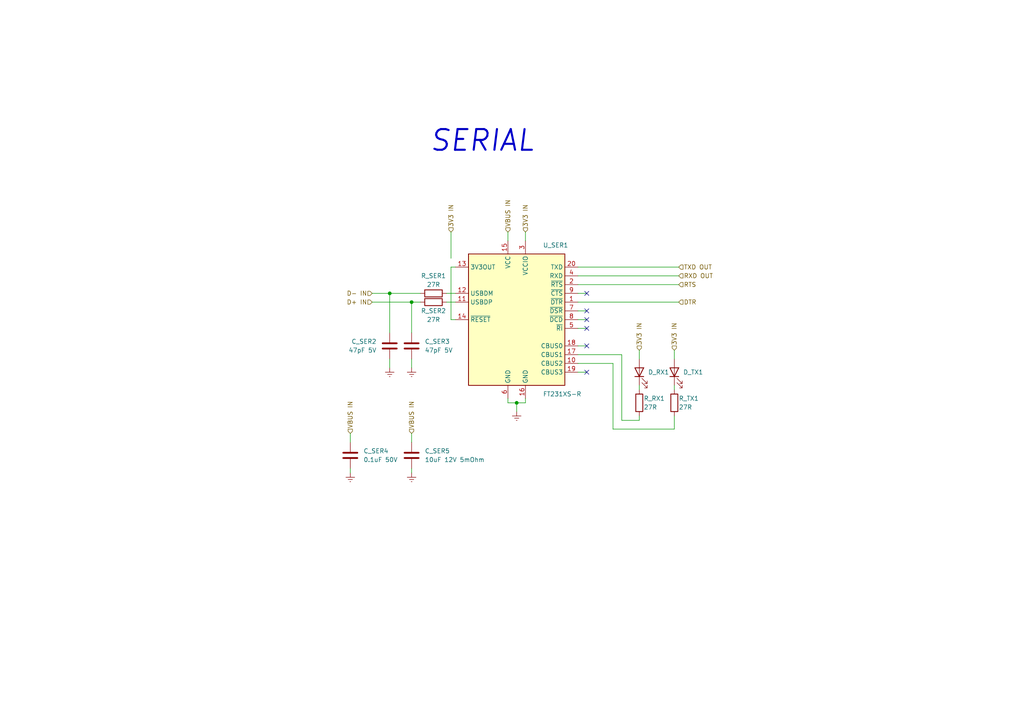
<source format=kicad_sch>
(kicad_sch (version 20211123) (generator eeschema)
  (paper "A4")
  (title_block (title "E-TKT") (date "2022-07-21") (rev "3") (company "Andrei Speridiao"))
  (lib_symbols
    (symbol "Device:C" (pin_numbers hide) (pin_names (offset 0.254))
      (property "Reference" "C" (at 0.635 2.54 0))
      (property "Value" "C" (at 0.635 -2.54 0))
      (symbol "C_0_1"
        (polyline (pts (xy -2.032 -0.762) (xy 2.032 -0.762)) (stroke (width 0.508)))
        (polyline (pts (xy -2.032 0.762) (xy 2.032 0.762)) (stroke (width 0.508)))
      )
      (symbol "C_1_1"
        (pin passive line (at 0 3.81 270) (length 2.794) (name "~") (number "1"))
        (pin passive line (at 0 -3.81 90) (length 2.794) (name "~") (number "2"))
      )
    )
    (symbol "Device:LED" (pin_numbers hide) (pin_names (offset 1.016) hide)
      (property "Reference" "D" (at 0 2.54 0))
      (property "Value" "LED" (at 0 -2.54 0))
      (symbol "LED_0_1"
        (polyline (pts (xy -1.27 -1.27) (xy -1.27 1.27)) (stroke (width 0.254)))
        (polyline (pts (xy -1.27 0) (xy 1.27 0)))
        (polyline (pts (xy 1.27 -1.27) (xy 1.27 1.27) (xy -1.27 0) (xy 1.27 -1.27)) (stroke (width 0.254)))
        (polyline (pts (xy -3.048 -0.762) (xy -4.572 -2.286) (xy -3.81 -2.286) (xy -4.572 -2.286) (xy -4.572 -1.524)))
        (polyline (pts (xy -1.778 -0.762) (xy -3.302 -2.286) (xy -2.54 -2.286) (xy -3.302 -2.286) (xy -3.302 -1.524)))
      )
      (symbol "LED_1_1"
        (pin passive line (at -3.81 0 0) (length 2.54) (name "K") (number "1"))
        (pin passive line (at 3.81 0 180) (length 2.54) (name "A") (number "2"))
      )
    )
    (symbol "Device:R" (pin_numbers hide) (pin_names (offset 0))
      (property "Reference" "R" (at 2.032 0 90))
      (property "Value" "R" (at 0 0 90))
      (symbol "R_0_1"
        (rectangle (start -1.016 -2.54) (end 1.016 2.54) (stroke (width 0.254)))
      )
      (symbol "R_1_1"
        (pin passive line (at 0 3.81 270) (length 1.27) (name "~") (number "1"))
        (pin passive line (at 0 -3.81 90) (length 1.27) (name "~") (number "2"))
      )
    )
    (symbol "Interface_USB:FT231XS"
      (property "Reference" "U" (at -13.97 20.32 0))
      (property "Value" "FT231XS" (at 7.62 20.32 0))
      (symbol "FT231XS_0_1"
        (rectangle (start -13.97 19.05) (end 13.97 -19.05) (stroke (width 0.254)) (fill (type background)))
      )
      (symbol "FT231XS_1_1"
        (pin output line (at 17.78 5.08 180) (length 3.81) (name "~{DTR}") (number "1"))
        (pin bidirectional line (at 17.78 -12.7 180) (length 3.81) (name "CBUS2") (number "10"))
        (pin bidirectional line (at -17.78 5.08 0) (length 3.81) (name "USBDP") (number "11"))
        (pin bidirectional line (at -17.78 7.62 0) (length 3.81) (name "USBDM") (number "12"))
        (pin power_out line (at -17.78 15.24 0) (length 3.81) (name "3V3OUT") (number "13"))
        (pin input line (at -17.78 0 0) (length 3.81) (name "~{RESET}") (number "14"))
        (pin power_in line (at -2.54 22.86 270) (length 3.81) (name "VCC") (number "15"))
        (pin power_in line (at 2.54 -22.86 90) (length 3.81) (name "GND") (number "16"))
        (pin bidirectional line (at 17.78 -10.16 180) (length 3.81) (name "CBUS1") (number "17"))
        (pin bidirectional line (at 17.78 -7.62 180) (length 3.81) (name "CBUS0") (number "18"))
        (pin bidirectional line (at 17.78 -15.24 180) (length 3.81) (name "CBUS3") (number "19"))
        (pin output line (at 17.78 10.16 180) (length 3.81) (name "~{RTS}") (number "2"))
        (pin output line (at 17.78 15.24 180) (length 3.81) (name "TXD") (number "20"))
        (pin power_in line (at 2.54 22.86 270) (length 3.81) (name "VCCIO") (number "3"))
        (pin input line (at 17.78 12.7 180) (length 3.81) (name "RXD") (number "4"))
        (pin input line (at 17.78 -2.54 180) (length 3.81) (name "~{RI}") (number "5"))
        (pin power_in line (at -2.54 -22.86 90) (length 3.81) (name "GND") (number "6"))
        (pin input line (at 17.78 2.54 180) (length 3.81) (name "~{DSR}") (number "7"))
        (pin input line (at 17.78 0 180) (length 3.81) (name "~{DCD}") (number "8"))
        (pin input line (at 17.78 7.62 180) (length 3.81) (name "~{CTS}") (number "9"))
      )
    )
    (symbol "power:GNDREF" (power) (pin_names (offset 0))
      (property "Value" "GNDREF" (at 0 -3.81 0))
      (symbol "GNDREF_0_1"
        (polyline (pts (xy -0.635 -1.905) (xy 0.635 -1.905)))
        (polyline (pts (xy -0.127 -2.54) (xy 0.127 -2.54)))
        (polyline (pts (xy 0 -1.27) (xy 0 0)))
        (polyline (pts (xy 1.27 -1.27) (xy -1.27 -1.27)))
      )
      (symbol "GNDREF_1_1"
        (pin power_in line (at 0 0 270) (length 0) hide (name "GNDREF") (number "1"))
      )
    )
  )
  (junction (at 149.86 116.84))
  (junction (at 113.03 85.09))
  (junction (at 119.38 87.63))
  (no_connect (at 170.18 95.25))
  (no_connect (at 170.18 92.71))
  (no_connect (at 170.18 100.33))
  (no_connect (at 170.18 90.17))
  (no_connect (at 170.18 107.95))
  (no_connect (at 170.18 85.09))
  (wire (pts (xy 113.03 85.09) (xy 113.03 96.52)))
  (wire (pts (xy 170.18 100.33) (xy 167.64 100.33)))
  (wire (pts (xy 195.58 101.6) (xy 195.58 104.14)))
  (wire (pts (xy 107.95 87.63) (xy 119.38 87.63)))
  (wire (pts (xy 170.18 92.71) (xy 167.64 92.71)))
  (wire (pts (xy 130.81 77.47) (xy 132.08 77.47)))
  (wire (pts (xy 185.42 101.6) (xy 185.42 104.14)))
  (wire (pts (xy 129.54 87.63) (xy 132.08 87.63)))
  (wire (pts (xy 180.34 121.92) (xy 185.42 121.92)))
  (wire (pts (xy 119.38 125.73) (xy 119.38 128.27)))
  (wire (pts (xy 195.58 111.76) (xy 195.58 113.03)))
  (wire (pts (xy 152.4 116.84) (xy 149.86 116.84)))
  (wire (pts (xy 129.54 85.09) (xy 132.08 85.09)))
  (wire (pts (xy 152.4 115.57) (xy 152.4 116.84)))
  (wire (pts (xy 167.64 87.63) (xy 196.85 87.63)))
  (wire (pts (xy 101.6 135.89) (xy 101.6 137.16)))
  (wire (pts (xy 185.42 111.76) (xy 185.42 113.03)))
  (wire (pts (xy 119.38 87.63) (xy 121.92 87.63)))
  (wire (pts (xy 170.18 85.09) (xy 167.64 85.09)))
  (wire (pts (xy 177.8 105.41) (xy 177.8 124.46)))
  (wire (pts (xy 147.32 116.84) (xy 149.86 116.84)))
  (wire (pts (xy 167.64 80.01) (xy 196.85 80.01)))
  (wire (pts (xy 170.18 107.95) (xy 167.64 107.95)))
  (wire (pts (xy 149.86 119.38) (xy 149.86 116.84)))
  (wire (pts (xy 147.32 67.31) (xy 147.32 69.85)))
  (wire (pts (xy 180.34 102.87) (xy 180.34 121.92)))
  (wire (pts (xy 119.38 135.89) (xy 119.38 137.16)))
  (wire (pts (xy 167.64 102.87) (xy 180.34 102.87)))
  (wire (pts (xy 119.38 87.63) (xy 119.38 96.52)))
  (wire (pts (xy 130.81 67.31) (xy 130.81 74.93)))
  (wire (pts (xy 167.64 105.41) (xy 177.8 105.41)))
  (wire (pts (xy 167.64 82.55) (xy 196.85 82.55)))
  (wire (pts (xy 101.6 125.73) (xy 101.6 128.27)))
  (wire (pts (xy 107.95 85.09) (xy 113.03 85.09)))
  (wire (pts (xy 195.58 120.65) (xy 195.58 124.46)))
  (wire (pts (xy 113.03 85.09) (xy 121.92 85.09)))
  (wire (pts (xy 130.81 77.47) (xy 130.81 92.71)))
  (wire (pts (xy 185.42 120.65) (xy 185.42 121.92)))
  (wire (pts (xy 167.64 77.47) (xy 196.85 77.47)))
  (wire (pts (xy 147.32 115.57) (xy 147.32 116.84)))
  (wire (pts (xy 132.08 92.71) (xy 130.81 92.71)))
  (wire (pts (xy 170.18 90.17) (xy 167.64 90.17)))
  (wire (pts (xy 119.38 106.68) (xy 119.38 104.14)))
  (wire (pts (xy 177.8 124.46) (xy 195.58 124.46)))
  (wire (pts (xy 113.03 106.68) (xy 113.03 104.14)))
  (wire (pts (xy 170.18 95.25) (xy 167.64 95.25)))
  (wire (pts (xy 152.4 67.31) (xy 152.4 69.85)))
  (text "SERIAL" (at 124.46 44.45 0) (effects (font (size 6 6) (thickness 0.6) bold italic) (justify left bottom)))
  (hierarchical_label "TXD OUT" (shape input) (at 196.85 77.47 0))
  (hierarchical_label "VBUS IN" (shape input) (at 101.6 125.73 90))
  (hierarchical_label "VBUS IN" (shape input) (at 119.38 125.73 90))
  (hierarchical_label "3V3 IN" (shape input) (at 130.81 67.31 90))
  (hierarchical_label "VBUS IN" (shape input) (at 147.32 67.31 90))
  (hierarchical_label "3V3 IN" (shape input) (at 185.42 101.6 90))
  (hierarchical_label "D+ IN" (shape input) (at 107.95 87.63 180))
  (hierarchical_label "3V3 IN" (shape input) (at 152.4 67.31 90))
  (hierarchical_label "RTS" (shape input) (at 196.85 82.55 0))
  (hierarchical_label "D- IN" (shape input) (at 107.95 85.09 180))
  (hierarchical_label "3V3 IN" (shape input) (at 195.58 101.6 90))
  (hierarchical_label "DTR" (shape input) (at 196.85 87.63 0))
  (hierarchical_label "RXD OUT" (shape input) (at 196.85 80.01 0))
  (symbol (lib_id "Device:R") (at 125.73 85.09 270) (unit 1)
    (property "Reference" "R_SER1" (at 125.73 80.01 90))
    (property "Value" "27R" (at 125.73 82.55 90))
    (property "Footprint" "Resistor_SMD:R_0603_1608Metric_Pad0.98x0.95mm_HandSolder" (effects hide))
    (property "Datasheet" "https://br.mouser.com/datasheet/2/54/Bourns_CMP_Datasheet_05.28.20-1854233.pdf" (effects hide))
    (property "#" "CMP0603-FX-27R0ELF" (effects hide))
    (property "Description" "Filter" (effects hide))
    (property "Group" "Serial" (effects hide))
    (property "Obs" "wes" (effects hide))
    (property "Mouser" "OK" (effects hide))
  )
  (symbol (lib_id "power:GNDREF") (at 101.6 137.16 0) (unit 1)
    (property "Reference" "#PWR0185" (effects hide))
    (property "Value" "GNDREF" (effects hide))
  )
  (symbol (lib_id "power:GNDREF") (at 119.38 137.16 0) (unit 1)
    (property "Reference" "#PWR0165" (effects hide))
    (property "Value" "GNDREF" (effects hide))
  )
  (symbol (lib_id "Device:C") (at 119.38 132.08 180) (unit 1)
    (property "Reference" "C_SER5" (at 123.19 130.81 0) (effects (justify right)))
    (property "Value" "10uF 12V 5mOhm" (at 123.19 133.35 0) (effects (justify right)))
    (property "Footprint" "Capacitor_SMD:C_0603_1608Metric_Pad1.08x0.95mm_HandSolder" (effects hide))
    (property "Datasheet" "https://product.tdk.com/system/files/dam/doc/product/capacitor/ceramic/mlcc/catalog/mlcc_commercial_general_en.pdf?ref_disty=mouser" (effects hide))
    (property "#" "C1608X5R1E106M080AC" (effects hide))
    (property "Description" "Decouple" (effects hide))
    (property "Group" "Serial" (effects hide))
    (property "Obs" "wes" (effects hide))
    (property "Mouser" "OK" (effects hide))
  )
  (symbol (lib_id "Device:R") (at 185.42 116.84 0) (unit 1)
    (property "Reference" "R_RX1" (at 186.69 115.57 0) (effects (justify left)))
    (property "Value" "27R" (at 186.69 118.11 0) (effects (justify left)))
    (property "Footprint" "Resistor_SMD:R_0603_1608Metric_Pad0.98x0.95mm_HandSolder" (effects hide))
    (property "Datasheet" "https://br.mouser.com/datasheet/2/54/Bourns_CMP_Datasheet_05.28.20-1854233.pdf" (effects hide))
    (property "#" "CMP0603-FX-27R0ELF" (effects hide))
    (property "Description" "RX LED series resistor" (effects hide))
    (property "Group" "Serial" (effects hide))
    (property "Obs" "wes" (effects hide))
    (property "Mouser" "OK" (effects hide))
  )
  (symbol (lib_id "Device:C") (at 101.6 132.08 0) (unit 1)
    (property "Reference" "C_SER4" (at 105.41 130.81 0) (effects (justify left)))
    (property "Value" "0.1uF 50V" (at 105.41 133.35 0) (effects (justify left)))
    (property "Footprint" "Capacitor_SMD:C_0603_1608Metric_Pad1.08x0.95mm_HandSolder" (effects hide))
    (property "Datasheet" "https://product.tdk.com/system/files/dam/doc/product/capacitor/ceramic/mlcc/catalog/mlcc_automotive_general_en.pdf?ref_disty=mouser" (effects hide))
    (property "#" "C1608X7R1H104K080AA" (effects hide))
    (property "Description" "Decouple" (effects hide))
    (property "Group" "Serial" (effects hide))
    (property "Mouser" "OK" (effects hide))
  )
  (symbol (lib_id "Device:LED") (at 185.42 107.95 90) (unit 1)
    (property "Reference" "D_RX1" (at 187.96 107.95 90) (effects (justify right)))
    (property "Value" "LED white" (effects hide))
    (property "Footprint" "LED_SMD:LED_0603_1608Metric_Pad1.05x0.95mm_HandSolder" (effects hide))
    (property "Datasheet" "https://br.mouser.com/datasheet/2/348/smld12-e-1874545.pdf" (effects hide))
    (property "#" "SMLD12WBN1W1" (effects hide))
    (property "Description" "RX LED" (effects hide))
    (property "Group" "Serial" (effects hide))
    (property "Mouser" "OK" (effects hide))
  )
  (symbol (lib_id "Device:C") (at 113.03 100.33 180) (unit 1)
    (property "Reference" "C_SER2" (at 109.22 99.06 0) (effects (justify left)))
    (property "Value" "47pF 5V" (at 109.22 101.6 0) (effects (justify left)))
    (property "Footprint" "Capacitor_SMD:C_0603_1608Metric_Pad1.08x0.95mm_HandSolder" (effects hide))
    (property "Datasheet" "https://product.tdk.com/system/files/dam/doc/product/capacitor/ceramic/mlcc/catalog/mlcc_automotive_general_en.pdf?ref_disty=mouser" (effects hide))
    (property "#" "CGA3E2C0G1H470J080AA" (effects hide))
    (property "Description" "Filter" (effects hide))
    (property "Group" "Serial" (effects hide))
    (property "Obs" "wes" (effects hide))
    (property "Mouser" "OK" (effects hide))
  )
  (symbol (lib_id "Device:C") (at 119.38 100.33 180) (unit 1)
    (property "Reference" "C_SER3" (at 123.19 99.06 0) (effects (justify right)))
    (property "Value" "47pF 5V" (at 123.19 101.6 0) (effects (justify right)))
    (property "Footprint" "Capacitor_SMD:C_0603_1608Metric_Pad1.08x0.95mm_HandSolder" (effects hide))
    (property "Datasheet" "https://product.tdk.com/system/files/dam/doc/product/capacitor/ceramic/mlcc/catalog/mlcc_automotive_general_en.pdf?ref_disty=mouser" (effects hide))
    (property "#" "CGA3E2C0G1H470J080AA" (effects hide))
    (property "Description" "Filter" (effects hide))
    (property "Group" "Serial" (effects hide))
    (property "Obs" "wes" (effects hide))
    (property "Mouser" "OK" (effects hide))
  )
  (symbol (lib_id "Device:R") (at 125.73 87.63 270) (unit 1)
    (property "Reference" "R_SER2" (at 125.73 90.17 90))
    (property "Value" "27R" (at 125.73 92.71 90))
    (property "Footprint" "Resistor_SMD:R_0603_1608Metric_Pad0.98x0.95mm_HandSolder" (effects hide))
    (property "Datasheet" "https://br.mouser.com/datasheet/2/54/Bourns_CMP_Datasheet_05.28.20-1854233.pdf" (effects hide))
    (property "#" "CMP0603-FX-27R0ELF" (effects hide))
    (property "Description" "Filter" (effects hide))
    (property "Group" "Serial" (effects hide))
    (property "Obs" "wes" (effects hide))
    (property "Mouser" "OK" (effects hide))
  )
  (symbol (lib_id "power:GNDREF") (at 113.03 106.68 0) (unit 1)
    (property "Reference" "#PWR0180" (effects hide))
    (property "Value" "GNDREF" (effects hide))
  )
  (symbol (lib_id "power:GNDREF") (at 119.38 106.68 0) (unit 1)
    (property "Reference" "#PWR0181" (effects hide))
    (property "Value" "GNDREF" (effects hide))
  )
  (symbol (lib_id "Device:LED") (at 195.58 107.95 90) (unit 1)
    (property "Reference" "D_TX1" (at 198.12 107.95 90) (effects (justify right)))
    (property "Value" "LED white" (effects hide))
    (property "Footprint" "LED_SMD:LED_0603_1608Metric_Pad1.05x0.95mm_HandSolder" (effects hide))
    (property "Datasheet" "https://br.mouser.com/datasheet/2/348/smld12-e-1874545.pdf" (effects hide))
    (property "#" "SMLD12WBN1W1" (effects hide))
    (property "Description" "TX LED" (effects hide))
    (property "Group" "Serial" (effects hide))
    (property "Mouser" "OK" (effects hide))
  )
  (symbol (lib_id "Interface_USB:FT231XS") (at 149.86 92.71 0) (unit 1)
    (property "Reference" "U_SER1" (at 157.48 71.12 0) (effects (justify left)))
    (property "Value" "FT231XS-R" (at 157.48 114.3 0) (effects (justify left)))
    (property "Footprint" "Package_SO:SSOP-20_3.9x8.7mm_P0.635mm" (effects hide))
    (property "Datasheet" "https://br.mouser.com/datasheet/2/163/DS_FT231X-13571.pdf" (effects hide))
    (property "#" "FT231XS-R" (effects hide))
    (property "Description" "Serial communication IC" (effects hide))
    (property "Group" "Serial" (effects hide))
    (property "Mouser" "OK" (effects hide))
  )
  (symbol (lib_id "Device:R") (at 195.58 116.84 0) (unit 1)
    (property "Reference" "R_TX1" (at 196.85 115.57 0) (effects (justify left)))
    (property "Value" "27R" (at 196.85 118.1101 0) (effects (justify left)))
    (property "Footprint" "Resistor_SMD:R_0603_1608Metric_Pad0.98x0.95mm_HandSolder" (effects hide))
    (property "Datasheet" "https://br.mouser.com/datasheet/2/54/Bourns_CMP_Datasheet_05.28.20-1854233.pdf" (effects hide))
    (property "#" "CMP0603-FX-27R0ELF" (effects hide))
    (property "Description" "TX LED series resistor" (effects hide))
    (property "Group" "Serial" (effects hide))
    (property "Obs" "wes" (effects hide))
    (property "Mouser" "OK" (effects hide))
  )
  (symbol (lib_id "power:GNDREF") (at 149.86 119.38 0) (unit 1)
    (property "Reference" "#PWR0131" (effects hide))
    (property "Value" "GNDREF" (effects hide))
  )
)
</source>
